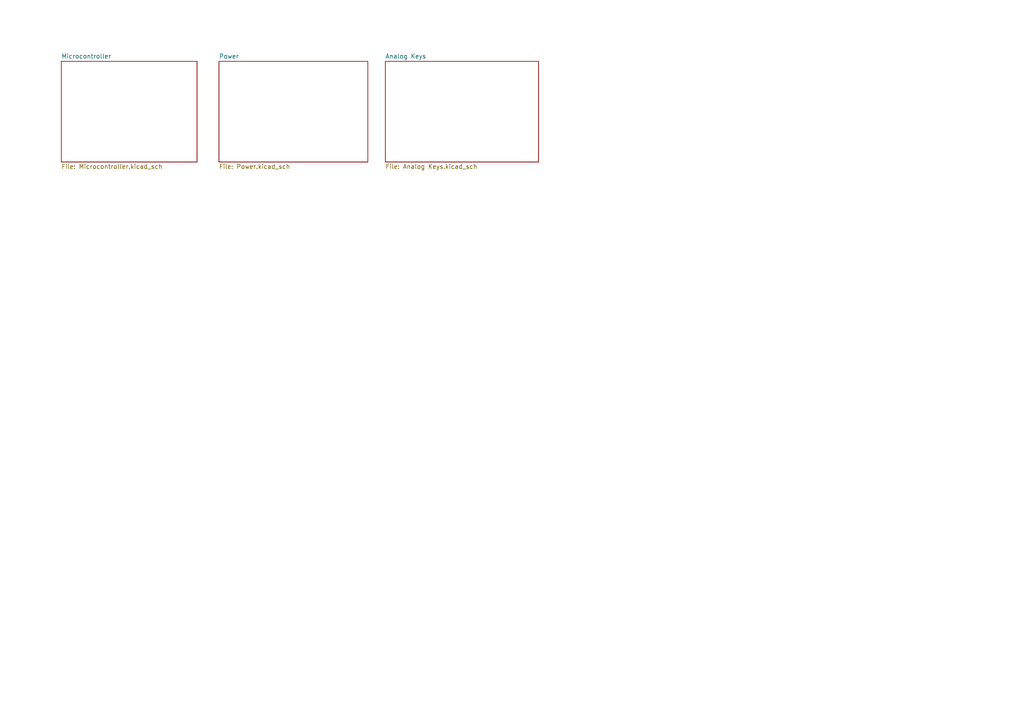
<source format=kicad_sch>
(kicad_sch (version 20230121) (generator eeschema)
  (paper "A4")
  (title_block (company "Jean-Christophe Gauthier"))
  (lib_symbols)
  (sheet (at 63.5 17.78) (size 43.18 29.21) (stroke (width 0.1524))
    (property "Sheetname" "Power" (at 63.5 17.0684 0) (effects (justify left bottom)))
    (property "Sheetfile" "Power.kicad_sch" (at 63.5 47.5746 0) (effects (justify left top)))
  )
  (sheet (at 17.78 17.78) (size 39.37 29.21) (stroke (width 0.1524))
    (property "Sheetname" "Microcontroller" (at 17.78 17.0684 0) (effects (justify left bottom)))
    (property "Sheetfile" "Microcontroller.kicad_sch" (at 17.78 47.5746 0) (effects (justify left top)))
  )
  (sheet (at 111.76 17.78) (size 44.45 29.21) (stroke (width 0.1524))
    (property "Sheetname" "Analog Keys" (at 111.76 17.0684 0) (effects (justify left bottom)))
    (property "Sheetfile" "Analog Keys.kicad_sch" (at 111.76 47.5746 0) (effects (justify left top)))
  )
)
</source>
